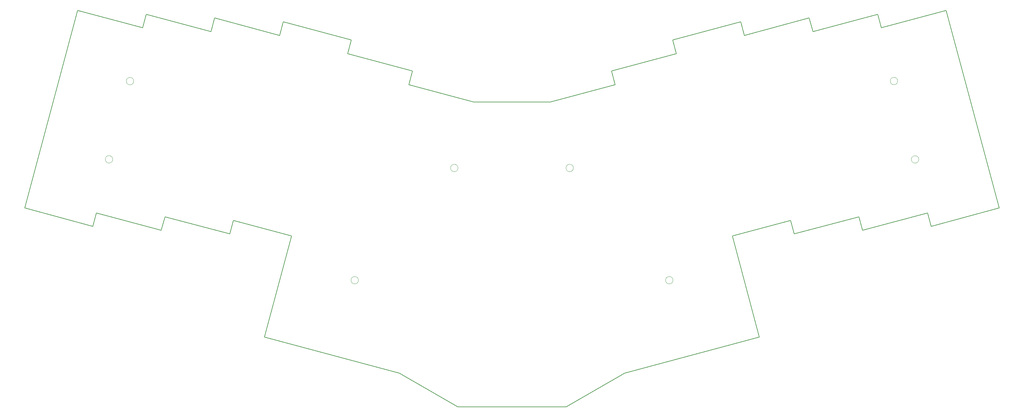
<source format=gm1>
G04 #@! TF.GenerationSoftware,KiCad,Pcbnew,(5.1.12-1-10_14)*
G04 #@! TF.CreationDate,2022-10-16T17:34:36-04:00*
G04 #@! TF.ProjectId,ergo3by6plus3nonSplit,6572676f-3362-4793-9670-6c7573336e6f,rev?*
G04 #@! TF.SameCoordinates,Original*
G04 #@! TF.FileFunction,Profile,NP*
%FSLAX46Y46*%
G04 Gerber Fmt 4.6, Leading zero omitted, Abs format (unit mm)*
G04 Created by KiCad (PCBNEW (5.1.12-1-10_14)) date 2022-10-16 17:34:36*
%MOMM*%
%LPD*%
G01*
G04 APERTURE LIST*
G04 #@! TA.AperFunction,Profile*
%ADD10C,0.050000*%
G04 #@! TD*
G04 #@! TA.AperFunction,Profile*
%ADD11C,0.200000*%
G04 #@! TD*
G04 APERTURE END LIST*
D10*
X165220000Y-98150000D02*
G75*
G03*
X165220000Y-98150000I-1050000J0D01*
G01*
X132490000Y-98160000D02*
G75*
G03*
X132490000Y-98160000I-1050000J0D01*
G01*
X257210000Y-73470000D02*
G75*
G03*
X257210000Y-73470000I-1050000J0D01*
G01*
X263200000Y-95720000D02*
G75*
G03*
X263200000Y-95720000I-1050000J0D01*
G01*
X193480000Y-130020000D02*
G75*
G03*
X193480000Y-130020000I-1050000J0D01*
G01*
X104240000Y-130020000D02*
G75*
G03*
X104240000Y-130020000I-1050000J0D01*
G01*
X40490000Y-73500000D02*
G75*
G03*
X40490000Y-73500000I-1050000J0D01*
G01*
X34540000Y-95700000D02*
G75*
G03*
X34540000Y-95700000I-1050000J0D01*
G01*
D11*
X217995516Y-146159577D02*
X210300933Y-117443004D01*
X44040826Y-54517431D02*
X43017844Y-58335253D01*
X77616144Y-146159577D02*
X85310727Y-117443004D01*
X85310727Y-117443004D02*
X68793395Y-113017198D01*
X177049657Y-74485321D02*
X158648770Y-79415824D01*
X212698508Y-56651030D02*
X213733784Y-60514734D01*
X44040826Y-54517431D02*
X62441713Y-59447934D01*
X119597279Y-70621617D02*
X118562003Y-74485321D01*
X63476989Y-55584231D02*
X81877876Y-60514734D01*
X49344938Y-111996280D02*
X67758119Y-116880901D01*
X82913152Y-56651030D02*
X81877876Y-60514734D01*
X9579570Y-109525040D02*
X24616957Y-53404750D01*
X193379991Y-61827411D02*
X194415267Y-65691115D01*
X227853541Y-116880901D02*
X226818265Y-113017198D01*
X118562003Y-74485321D02*
X136962890Y-79415824D01*
X246266722Y-111996280D02*
X227853541Y-116880901D01*
X48321956Y-115814102D02*
X49344938Y-111996280D01*
X212698508Y-56651030D02*
X193379991Y-61827411D01*
X247289704Y-115814102D02*
X246266722Y-111996280D01*
X217995516Y-146159577D02*
X179750688Y-156407248D01*
X251570834Y-54517431D02*
X252593816Y-58335253D01*
X232134671Y-55584231D02*
X213733784Y-60514734D01*
X77616144Y-146159577D02*
X115860972Y-156407248D01*
X286032090Y-109525040D02*
X270994703Y-53404750D01*
X48321956Y-115814102D02*
X29921069Y-110883599D01*
X67758119Y-116880901D02*
X68793395Y-113017198D01*
X251570834Y-54517431D02*
X233169947Y-59447934D01*
X176014381Y-70621617D02*
X177049657Y-74485321D01*
X266713573Y-114701421D02*
X265690591Y-110883599D01*
X119597279Y-70621617D02*
X101196393Y-65691115D01*
X210300933Y-117443004D02*
X226818265Y-113017198D01*
X102231669Y-61827411D02*
X101196393Y-65691115D01*
X63476989Y-55584231D02*
X62441713Y-59447934D01*
X158648770Y-79415824D02*
X136962890Y-79415824D01*
X247289704Y-115814102D02*
X265690591Y-110883599D01*
X82913152Y-56651030D02*
X102231669Y-61827411D01*
X24616957Y-53404750D02*
X43017844Y-58335253D01*
X232134671Y-55584231D02*
X233169947Y-59447934D01*
X28898087Y-114701421D02*
X9579570Y-109525040D01*
X28898087Y-114701421D02*
X29921069Y-110883599D01*
X115860972Y-156407248D02*
X132471379Y-165918171D01*
X270994703Y-53404750D02*
X252593816Y-58335253D01*
X163140281Y-165918171D02*
X179750688Y-156407248D01*
X266713573Y-114701421D02*
X286032090Y-109525040D01*
X176014381Y-70621617D02*
X194415267Y-65691115D01*
X132471379Y-165918171D02*
X163140281Y-165918171D01*
M02*

</source>
